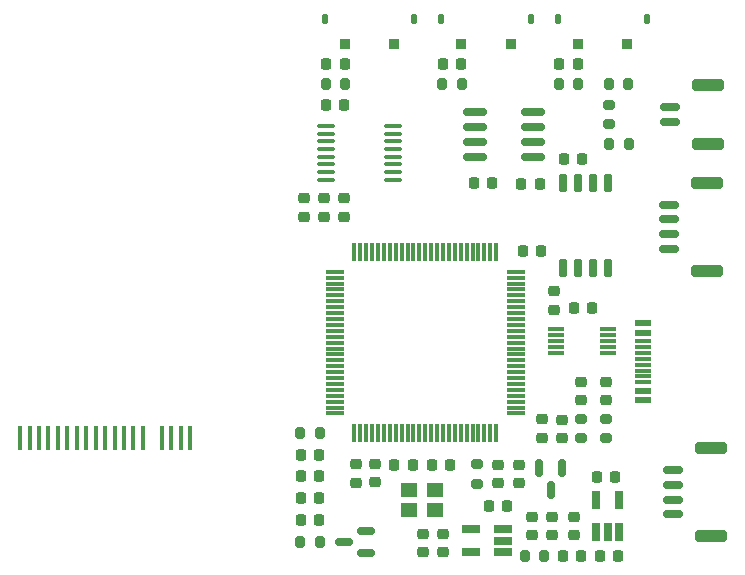
<source format=gbr>
%TF.GenerationSoftware,KiCad,Pcbnew,7.0.1*%
%TF.CreationDate,2023-05-20T02:05:48+08:00*%
%TF.ProjectId,Debugger-PCB,44656275-6767-4657-922d-5043422e6b69,rev?*%
%TF.SameCoordinates,Original*%
%TF.FileFunction,Paste,Top*%
%TF.FilePolarity,Positive*%
%FSLAX46Y46*%
G04 Gerber Fmt 4.6, Leading zero omitted, Abs format (unit mm)*
G04 Created by KiCad (PCBNEW 7.0.1) date 2023-05-20 02:05:48*
%MOMM*%
%LPD*%
G01*
G04 APERTURE LIST*
G04 Aperture macros list*
%AMRoundRect*
0 Rectangle with rounded corners*
0 $1 Rounding radius*
0 $2 $3 $4 $5 $6 $7 $8 $9 X,Y pos of 4 corners*
0 Add a 4 corners polygon primitive as box body*
4,1,4,$2,$3,$4,$5,$6,$7,$8,$9,$2,$3,0*
0 Add four circle primitives for the rounded corners*
1,1,$1+$1,$2,$3*
1,1,$1+$1,$4,$5*
1,1,$1+$1,$6,$7*
1,1,$1+$1,$8,$9*
0 Add four rect primitives between the rounded corners*
20,1,$1+$1,$2,$3,$4,$5,0*
20,1,$1+$1,$4,$5,$6,$7,0*
20,1,$1+$1,$6,$7,$8,$9,0*
20,1,$1+$1,$8,$9,$2,$3,0*%
G04 Aperture macros list end*
%ADD10RoundRect,0.225000X-0.250000X0.225000X-0.250000X-0.225000X0.250000X-0.225000X0.250000X0.225000X0*%
%ADD11RoundRect,0.225000X0.250000X-0.225000X0.250000X0.225000X-0.250000X0.225000X-0.250000X-0.225000X0*%
%ADD12R,0.650000X1.560000*%
%ADD13RoundRect,0.218750X-0.256250X0.218750X-0.256250X-0.218750X0.256250X-0.218750X0.256250X0.218750X0*%
%ADD14RoundRect,0.150000X-0.825000X-0.150000X0.825000X-0.150000X0.825000X0.150000X-0.825000X0.150000X0*%
%ADD15R,0.400000X2.000000*%
%ADD16RoundRect,0.225000X-0.225000X-0.250000X0.225000X-0.250000X0.225000X0.250000X-0.225000X0.250000X0*%
%ADD17RoundRect,0.225000X0.225000X0.250000X-0.225000X0.250000X-0.225000X-0.250000X0.225000X-0.250000X0*%
%ADD18RoundRect,0.225000X0.225000X0.225000X-0.225000X0.225000X-0.225000X-0.225000X0.225000X-0.225000X0*%
%ADD19RoundRect,0.125000X0.125000X0.325000X-0.125000X0.325000X-0.125000X-0.325000X0.125000X-0.325000X0*%
%ADD20RoundRect,0.150000X0.700000X-0.150000X0.700000X0.150000X-0.700000X0.150000X-0.700000X-0.150000X0*%
%ADD21RoundRect,0.250000X1.100000X-0.250000X1.100000X0.250000X-1.100000X0.250000X-1.100000X-0.250000X0*%
%ADD22RoundRect,0.200000X-0.275000X0.200000X-0.275000X-0.200000X0.275000X-0.200000X0.275000X0.200000X0*%
%ADD23RoundRect,0.218750X0.218750X0.256250X-0.218750X0.256250X-0.218750X-0.256250X0.218750X-0.256250X0*%
%ADD24R,1.560000X0.650000*%
%ADD25RoundRect,0.200000X0.200000X0.275000X-0.200000X0.275000X-0.200000X-0.275000X0.200000X-0.275000X0*%
%ADD26R,1.450000X0.600000*%
%ADD27R,1.450000X0.300000*%
%ADD28RoundRect,0.200000X-0.200000X-0.275000X0.200000X-0.275000X0.200000X0.275000X-0.200000X0.275000X0*%
%ADD29RoundRect,0.100000X-0.637500X-0.100000X0.637500X-0.100000X0.637500X0.100000X-0.637500X0.100000X0*%
%ADD30RoundRect,0.200000X0.275000X-0.200000X0.275000X0.200000X-0.275000X0.200000X-0.275000X-0.200000X0*%
%ADD31RoundRect,0.150000X-0.150000X0.587500X-0.150000X-0.587500X0.150000X-0.587500X0.150000X0.587500X0*%
%ADD32R,1.400000X0.300000*%
%ADD33RoundRect,0.075000X0.075000X-0.725000X0.075000X0.725000X-0.075000X0.725000X-0.075000X-0.725000X0*%
%ADD34RoundRect,0.075000X0.725000X-0.075000X0.725000X0.075000X-0.725000X0.075000X-0.725000X-0.075000X0*%
%ADD35RoundRect,0.150000X0.150000X-0.650000X0.150000X0.650000X-0.150000X0.650000X-0.150000X-0.650000X0*%
%ADD36R,1.400000X1.200000*%
%ADD37RoundRect,0.150000X0.587500X0.150000X-0.587500X0.150000X-0.587500X-0.150000X0.587500X-0.150000X0*%
G04 APERTURE END LIST*
D10*
%TO.C,C15*%
X154640000Y-99495000D03*
X154640000Y-101045000D03*
%TD*%
D11*
%TO.C,C16*%
X174150000Y-108910000D03*
X174150000Y-107360000D03*
%TD*%
D12*
%TO.C,U1*%
X177710000Y-127710000D03*
X178660000Y-127710000D03*
X179610000Y-127710000D03*
X179610000Y-125010000D03*
X177710000Y-125010000D03*
%TD*%
D13*
%TO.C,D3*%
X176390000Y-115007000D03*
X176390000Y-116582000D03*
%TD*%
D14*
%TO.C,U4*%
X167395000Y-92185000D03*
X167395000Y-93455000D03*
X167395000Y-94725000D03*
X167395000Y-95995000D03*
X172345000Y-95995000D03*
X172345000Y-94725000D03*
X172345000Y-93455000D03*
X172345000Y-92185000D03*
%TD*%
D15*
%TO.C,LCD1*%
X139312000Y-119769000D03*
X138512000Y-119769000D03*
X137712000Y-119769000D03*
X136912000Y-119769000D03*
X136112000Y-119769000D03*
X135312000Y-119769000D03*
X134512000Y-119769000D03*
X133712000Y-119769000D03*
X132912000Y-119769000D03*
X132112000Y-119769000D03*
X131312000Y-119769000D03*
X130512000Y-119769000D03*
X129712000Y-119769000D03*
X128912000Y-119769000D03*
X140912000Y-119769000D03*
X141712000Y-119769000D03*
X142512000Y-119769000D03*
X143312000Y-119769000D03*
%TD*%
D16*
%TO.C,C9*%
X167315000Y-98210000D03*
X168865000Y-98210000D03*
%TD*%
D17*
%TO.C,C32*%
X176115000Y-88150000D03*
X174565000Y-88150000D03*
%TD*%
D18*
%TO.C,SW1*%
X160600000Y-86430000D03*
X156400000Y-86430000D03*
D19*
X154700000Y-84330000D03*
X162300000Y-84330000D03*
%TD*%
D20*
%TO.C,J3*%
X183870000Y-103780000D03*
X183870000Y-102530000D03*
X183870000Y-101280000D03*
X183870000Y-100030000D03*
D21*
X187070000Y-105630000D03*
X187070000Y-98180000D03*
%TD*%
D10*
%TO.C,C25*%
X156360000Y-99485000D03*
X156360000Y-101035000D03*
%TD*%
D22*
%TO.C,R3*%
X178780000Y-91565000D03*
X178780000Y-93215000D03*
%TD*%
D11*
%TO.C,C10*%
X163010000Y-129435000D03*
X163010000Y-127885000D03*
%TD*%
%TO.C,C18*%
X152940000Y-101035000D03*
X152940000Y-99485000D03*
%TD*%
D18*
%TO.C,SW3*%
X180320000Y-86430000D03*
X176120000Y-86430000D03*
D19*
X174420000Y-84330000D03*
X182020000Y-84330000D03*
%TD*%
D10*
%TO.C,C23*%
X157340000Y-122005000D03*
X157340000Y-123555000D03*
%TD*%
D23*
%TO.C,D1*%
X176417500Y-129750000D03*
X174842500Y-129750000D03*
%TD*%
D17*
%TO.C,C31*%
X166270000Y-88160000D03*
X164720000Y-88160000D03*
%TD*%
D16*
%TO.C,C26*%
X154785000Y-91610000D03*
X156335000Y-91610000D03*
%TD*%
D17*
%TO.C,C33*%
X172900000Y-98290000D03*
X171350000Y-98290000D03*
%TD*%
D20*
%TO.C,J1*%
X184220000Y-126245000D03*
X184220000Y-124995000D03*
X184220000Y-123745000D03*
X184220000Y-122495000D03*
D21*
X187420000Y-128095000D03*
X187420000Y-120645000D03*
%TD*%
D16*
%TO.C,C29*%
X152665000Y-126732000D03*
X154215000Y-126732000D03*
%TD*%
D24*
%TO.C,U3*%
X169780000Y-129430000D03*
X169780000Y-128480000D03*
X169780000Y-127530000D03*
X167080000Y-127530000D03*
X167080000Y-129430000D03*
%TD*%
D25*
%TO.C,R2*%
X180405000Y-89850000D03*
X178755000Y-89850000D03*
%TD*%
D26*
%TO.C,J2*%
X181625000Y-116570000D03*
X181625000Y-115770000D03*
D27*
X181625000Y-114570000D03*
X181625000Y-113570000D03*
X181625000Y-113070000D03*
X181625000Y-112070000D03*
D26*
X181625000Y-110870000D03*
X181625000Y-110070000D03*
X181625000Y-110070000D03*
X181625000Y-110870000D03*
D27*
X181625000Y-111570000D03*
X181625000Y-112570000D03*
X181625000Y-114070000D03*
X181625000Y-115070000D03*
D26*
X181625000Y-115770000D03*
X181625000Y-116570000D03*
%TD*%
D10*
%TO.C,C21*%
X174757000Y-118222000D03*
X174757000Y-119772000D03*
%TD*%
D28*
%TO.C,R12*%
X174515000Y-89840000D03*
X176165000Y-89840000D03*
%TD*%
D10*
%TO.C,C22*%
X158970000Y-121995000D03*
X158970000Y-123545000D03*
%TD*%
D28*
%TO.C,R6*%
X152615000Y-119340000D03*
X154265000Y-119340000D03*
%TD*%
D16*
%TO.C,C28*%
X152665000Y-124884000D03*
X154215000Y-124884000D03*
%TD*%
%TO.C,C8*%
X174925000Y-96140000D03*
X176475000Y-96140000D03*
%TD*%
D17*
%TO.C,C14*%
X170155000Y-125500000D03*
X168605000Y-125500000D03*
%TD*%
D29*
%TO.C,U7*%
X154777500Y-93375000D03*
X154777500Y-94025000D03*
X154777500Y-94675000D03*
X154777500Y-95325000D03*
X154777500Y-95975000D03*
X154777500Y-96625000D03*
X154777500Y-97275000D03*
X154777500Y-97925000D03*
X160502500Y-97925000D03*
X160502500Y-97275000D03*
X160502500Y-96625000D03*
X160502500Y-95975000D03*
X160502500Y-95325000D03*
X160502500Y-94675000D03*
X160502500Y-94025000D03*
X160502500Y-93375000D03*
%TD*%
D18*
%TO.C,SW2*%
X170460000Y-86430000D03*
X166260000Y-86430000D03*
D19*
X164560000Y-84330000D03*
X172160000Y-84330000D03*
%TD*%
D28*
%TO.C,R1*%
X171632500Y-129750000D03*
X173282500Y-129750000D03*
%TD*%
D10*
%TO.C,C2*%
X175830000Y-126435000D03*
X175830000Y-127985000D03*
%TD*%
D20*
%TO.C,J4*%
X183940000Y-93015000D03*
X183940000Y-91765000D03*
D21*
X187140000Y-94865000D03*
X187140000Y-89915000D03*
%TD*%
D16*
%TO.C,C5*%
X175805000Y-108780000D03*
X177355000Y-108780000D03*
%TD*%
D28*
%TO.C,R10*%
X154790000Y-89840000D03*
X156440000Y-89840000D03*
%TD*%
D10*
%TO.C,C24*%
X171160000Y-122055000D03*
X171160000Y-123605000D03*
%TD*%
D17*
%TO.C,C13*%
X162140000Y-122100000D03*
X160590000Y-122100000D03*
%TD*%
D30*
%TO.C,R8*%
X178517000Y-119797000D03*
X178517000Y-118147000D03*
%TD*%
D10*
%TO.C,C7*%
X172280000Y-126435000D03*
X172280000Y-127985000D03*
%TD*%
D17*
%TO.C,C30*%
X156390000Y-88150000D03*
X154840000Y-88150000D03*
%TD*%
%TO.C,C1*%
X179565000Y-129750000D03*
X178015000Y-129750000D03*
%TD*%
D28*
%TO.C,R11*%
X164660000Y-89840000D03*
X166310000Y-89840000D03*
%TD*%
D31*
%TO.C,U6*%
X174770000Y-122335000D03*
X172870000Y-122335000D03*
X173820000Y-124210000D03*
%TD*%
D30*
%TO.C,R9*%
X176397000Y-119797000D03*
X176397000Y-118147000D03*
%TD*%
D32*
%TO.C,U2*%
X178660000Y-112550000D03*
X178660000Y-112050000D03*
X178660000Y-111550000D03*
X178660000Y-111050000D03*
X178660000Y-110550000D03*
X174260000Y-110550000D03*
X174260000Y-111050000D03*
X174260000Y-111550000D03*
X174260000Y-112050000D03*
X174260000Y-112550000D03*
%TD*%
D28*
%TO.C,R7*%
X152615000Y-128580000D03*
X154265000Y-128580000D03*
%TD*%
%TO.C,R4*%
X178785000Y-94880000D03*
X180435000Y-94880000D03*
%TD*%
D33*
%TO.C,U5*%
X157215000Y-119385000D03*
X157715000Y-119385000D03*
X158215000Y-119385000D03*
X158715000Y-119385000D03*
X159215000Y-119385000D03*
X159715000Y-119385000D03*
X160215000Y-119385000D03*
X160715000Y-119385000D03*
X161215000Y-119385000D03*
X161715000Y-119385000D03*
X162215000Y-119385000D03*
X162715000Y-119385000D03*
X163215000Y-119385000D03*
X163715000Y-119385000D03*
X164215000Y-119385000D03*
X164715000Y-119385000D03*
X165215000Y-119385000D03*
X165715000Y-119385000D03*
X166215000Y-119385000D03*
X166715000Y-119385000D03*
X167215000Y-119385000D03*
X167715000Y-119385000D03*
X168215000Y-119385000D03*
X168715000Y-119385000D03*
X169215000Y-119385000D03*
D34*
X170890000Y-117710000D03*
X170890000Y-117210000D03*
X170890000Y-116710000D03*
X170890000Y-116210000D03*
X170890000Y-115710000D03*
X170890000Y-115210000D03*
X170890000Y-114710000D03*
X170890000Y-114210000D03*
X170890000Y-113710000D03*
X170890000Y-113210000D03*
X170890000Y-112710000D03*
X170890000Y-112210000D03*
X170890000Y-111710000D03*
X170890000Y-111210000D03*
X170890000Y-110710000D03*
X170890000Y-110210000D03*
X170890000Y-109710000D03*
X170890000Y-109210000D03*
X170890000Y-108710000D03*
X170890000Y-108210000D03*
X170890000Y-107710000D03*
X170890000Y-107210000D03*
X170890000Y-106710000D03*
X170890000Y-106210000D03*
X170890000Y-105710000D03*
D33*
X169215000Y-104035000D03*
X168715000Y-104035000D03*
X168215000Y-104035000D03*
X167715000Y-104035000D03*
X167215000Y-104035000D03*
X166715000Y-104035000D03*
X166215000Y-104035000D03*
X165715000Y-104035000D03*
X165215000Y-104035000D03*
X164715000Y-104035000D03*
X164215000Y-104035000D03*
X163715000Y-104035000D03*
X163215000Y-104035000D03*
X162715000Y-104035000D03*
X162215000Y-104035000D03*
X161715000Y-104035000D03*
X161215000Y-104035000D03*
X160715000Y-104035000D03*
X160215000Y-104035000D03*
X159715000Y-104035000D03*
X159215000Y-104035000D03*
X158715000Y-104035000D03*
X158215000Y-104035000D03*
X157715000Y-104035000D03*
X157215000Y-104035000D03*
D34*
X155540000Y-105710000D03*
X155540000Y-106210000D03*
X155540000Y-106710000D03*
X155540000Y-107210000D03*
X155540000Y-107710000D03*
X155540000Y-108210000D03*
X155540000Y-108710000D03*
X155540000Y-109210000D03*
X155540000Y-109710000D03*
X155540000Y-110210000D03*
X155540000Y-110710000D03*
X155540000Y-111210000D03*
X155540000Y-111710000D03*
X155540000Y-112210000D03*
X155540000Y-112710000D03*
X155540000Y-113210000D03*
X155540000Y-113710000D03*
X155540000Y-114210000D03*
X155540000Y-114710000D03*
X155540000Y-115210000D03*
X155540000Y-115710000D03*
X155540000Y-116210000D03*
X155540000Y-116710000D03*
X155540000Y-117210000D03*
X155540000Y-117710000D03*
%TD*%
D16*
%TO.C,C3*%
X177715000Y-123110000D03*
X179265000Y-123110000D03*
%TD*%
D35*
%TO.C,U8*%
X174885000Y-105430000D03*
X176155000Y-105430000D03*
X177425000Y-105430000D03*
X178695000Y-105430000D03*
X178695000Y-98230000D03*
X177425000Y-98230000D03*
X176155000Y-98230000D03*
X174885000Y-98230000D03*
%TD*%
D10*
%TO.C,C19*%
X169380000Y-122055000D03*
X169380000Y-123605000D03*
%TD*%
D16*
%TO.C,C17*%
X171485000Y-103950000D03*
X173035000Y-103950000D03*
%TD*%
%TO.C,C12*%
X163790000Y-122100000D03*
X165340000Y-122100000D03*
%TD*%
D13*
%TO.C,D2*%
X178513000Y-115007000D03*
X178513000Y-116582000D03*
%TD*%
D36*
%TO.C,Y1*%
X164065000Y-124160000D03*
X161865000Y-124160000D03*
X161865000Y-125860000D03*
X164065000Y-125860000D03*
%TD*%
D10*
%TO.C,C6*%
X173970000Y-126435000D03*
X173970000Y-127985000D03*
%TD*%
D11*
%TO.C,C11*%
X164710000Y-129435000D03*
X164710000Y-127885000D03*
%TD*%
D10*
%TO.C,C4*%
X173110000Y-118215000D03*
X173110000Y-119765000D03*
%TD*%
D17*
%TO.C,C20*%
X154215000Y-121188000D03*
X152665000Y-121188000D03*
%TD*%
D22*
%TO.C,R5*%
X167600000Y-122005000D03*
X167600000Y-123655000D03*
%TD*%
D37*
%TO.C,Q1*%
X158225000Y-129540000D03*
X158225000Y-127640000D03*
X156350000Y-128590000D03*
%TD*%
D16*
%TO.C,C27*%
X152665000Y-123036000D03*
X154215000Y-123036000D03*
%TD*%
M02*

</source>
